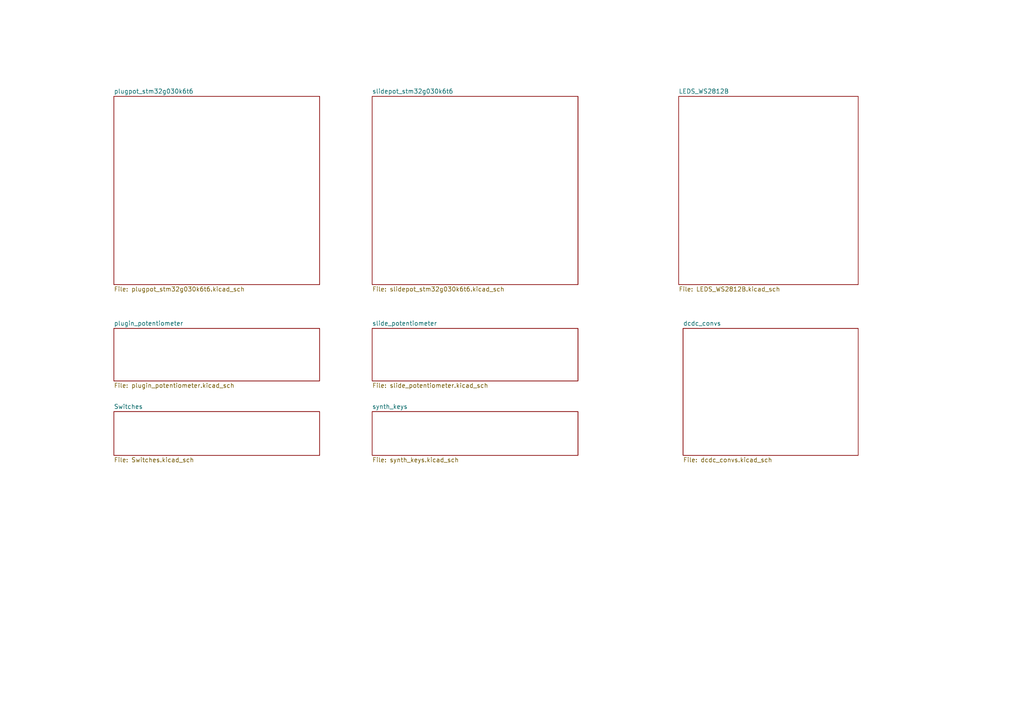
<source format=kicad_sch>
(kicad_sch (version 20211123) (generator eeschema)
  (paper "A4")
  (lib_symbols)
  (sheet (at 198.12 95.25) (size 50.8 36.83) (stroke (width 0.1524))
    (property "Sheet name" "dcdc_convs" (at 198.12 94.5384 0) (effects (justify left bottom)))
    (property "Sheet file" "dcdc_convs.kicad_sch" (at 198.12 132.6646 0) (effects (justify left top)))
  )
  (sheet (at 107.95 95.25) (size 59.69 15.24) (stroke (width 0.1524))
    (property "Sheet name" "slide_potentiometer" (at 107.95 94.5384 0) (effects (justify left bottom)))
    (property "Sheet file" "slide_potentiometer.kicad_sch" (at 107.95 111.0746 0) (effects (justify left top)))
  )
  (sheet (at 107.95 119.38) (size 59.69 12.7) (stroke (width 0.1524))
    (property "Sheet name" "synth_keys" (at 107.95 118.6684 0) (effects (justify left bottom)))
    (property "Sheet file" "synth_keys.kicad_sch" (at 107.95 132.6646 0) (effects (justify left top)))
  )
  (sheet (at 196.85 27.94) (size 52.07 54.61) (stroke (width 0.1524))
    (property "Sheet name" "LEDS_WS2812B" (at 196.85 27.2284 0) (effects (justify left bottom)))
    (property "Sheet file" "LEDS_WS2812B.kicad_sch" (at 196.85 83.1346 0) (effects (justify left top)))
  )
  (sheet (at 33.02 119.38) (size 59.69 12.7) (stroke (width 0.1524))
    (property "Sheet name" "Switches" (at 33.02 118.6684 0) (effects (justify left bottom)))
    (property "Sheet file" "Switches.kicad_sch" (at 33.02 132.6646 0) (effects (justify left top)))
  )
  (sheet (at 107.95 27.94) (size 59.69 54.61) (stroke (width 0.1524))
    (property "Sheet name" "slidepot_stm32g030k6t6" (at 107.95 27.2284 0) (effects (justify left bottom)))
    (property "Sheet file" "slidepot_stm32g030k6t6.kicad_sch" (at 107.95 83.1346 0) (effects (justify left top)))
  )
  (sheet (at 33.02 27.94) (size 59.69 54.61) (stroke (width 0.1524))
    (property "Sheet name" "plugpot_stm32g030k6t6" (at 33.02 27.2284 0) (effects (justify left bottom)))
    (property "Sheet file" "plugpot_stm32g030k6t6.kicad_sch" (at 33.02 83.1346 0) (effects (justify left top)))
  )
  (sheet (at 33.02 95.25) (size 59.69 15.24) (stroke (width 0.1524))
    (property "Sheet name" "plugin_potentiometer" (at 33.02 94.5384 0) (effects (justify left bottom)))
    (property "Sheet file" "plugin_potentiometer.kicad_sch" (at 33.02 111.0746 0) (effects (justify left top)))
  )
)
</source>
